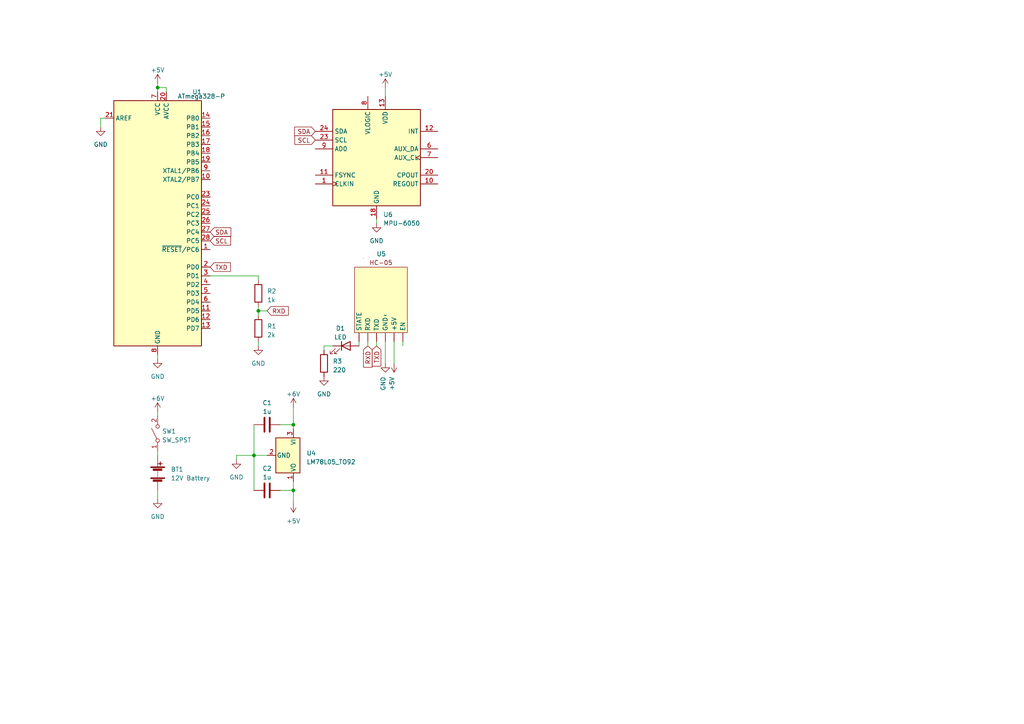
<source format=kicad_sch>
(kicad_sch (version 20230121) (generator eeschema)
  (paper "A4")
  (lib_symbols
    (symbol "Device:Battery" (pin_numbers hide) (pin_names (offset 0) hide)
      (property "Reference" "BT" (at 2.54 2.54 0))
      (property "Value" "Battery" (at 2.54 0 0))
      (symbol "Battery_0_1"
        (rectangle (start -2.032 -1.397) (end 2.032 -1.651) (fill (type outline)))
        (rectangle (start -2.032 1.778) (end 2.032 1.524) (fill (type outline)))
        (rectangle (start -1.3208 -1.9812) (end 1.27 -2.4892) (fill (type outline)))
        (rectangle (start -1.3208 1.1938) (end 1.27 0.6858) (fill (type outline)))
        (polyline (pts (xy 0 -1.524) (xy 0 -1.27)))
        (polyline (pts (xy 0 -1.016) (xy 0 -0.762)))
        (polyline (pts (xy 0 -0.508) (xy 0 -0.254)))
        (polyline (pts (xy 0 0) (xy 0 0.254)))
        (polyline (pts (xy 0 0.508) (xy 0 0.762)))
        (polyline (pts (xy 0 1.778) (xy 0 2.54)))
        (polyline (pts (xy 0.254 2.667) (xy 1.27 2.667)) (stroke (width 0.254)))
        (polyline (pts (xy 0.762 3.175) (xy 0.762 2.159)) (stroke (width 0.254)))
      )
      (symbol "Battery_1_1"
        (pin passive line (at 0 5.08 270) (length 2.54) (name "+") (number "1"))
        (pin passive line (at 0 -5.08 90) (length 2.54) (name "-") (number "2"))
      )
    )
    (symbol "Device:C" (pin_numbers hide) (pin_names (offset 0.254))
      (property "Reference" "C" (at 0.635 2.54 0))
      (property "Value" "C" (at 0.635 -2.54 0))
      (symbol "C_0_1"
        (polyline (pts (xy -2.032 -0.762) (xy 2.032 -0.762)) (stroke (width 0.508)))
        (polyline (pts (xy -2.032 0.762) (xy 2.032 0.762)) (stroke (width 0.508)))
      )
      (symbol "C_1_1"
        (pin passive line (at 0 3.81 270) (length 2.794) (name "~") (number "1"))
        (pin passive line (at 0 -3.81 90) (length 2.794) (name "~") (number "2"))
      )
    )
    (symbol "Device:LED" (pin_numbers hide) (pin_names (offset 1.016) hide)
      (property "Reference" "D" (at 0 2.54 0))
      (property "Value" "LED" (at 0 -2.54 0))
      (symbol "LED_0_1"
        (polyline (pts (xy -1.27 -1.27) (xy -1.27 1.27)) (stroke (width 0.254)))
        (polyline (pts (xy -1.27 0) (xy 1.27 0)))
        (polyline (pts (xy 1.27 -1.27) (xy 1.27 1.27) (xy -1.27 0) (xy 1.27 -1.27)) (stroke (width 0.254)))
        (polyline (pts (xy -3.048 -0.762) (xy -4.572 -2.286) (xy -3.81 -2.286) (xy -4.572 -2.286) (xy -4.572 -1.524)))
        (polyline (pts (xy -1.778 -0.762) (xy -3.302 -2.286) (xy -2.54 -2.286) (xy -3.302 -2.286) (xy -3.302 -1.524)))
      )
      (symbol "LED_1_1"
        (pin passive line (at -3.81 0 0) (length 2.54) (name "K") (number "1"))
        (pin passive line (at 3.81 0 180) (length 2.54) (name "A") (number "2"))
      )
    )
    (symbol "Device:R" (pin_numbers hide) (pin_names (offset 0))
      (property "Reference" "R" (at 2.032 0 90))
      (property "Value" "R" (at 0 0 90))
      (symbol "R_0_1"
        (rectangle (start -1.016 -2.54) (end 1.016 2.54) (stroke (width 0.254)))
      )
      (symbol "R_1_1"
        (pin passive line (at 0 3.81 270) (length 1.27) (name "~") (number "1"))
        (pin passive line (at 0 -3.81 90) (length 1.27) (name "~") (number "2"))
      )
    )
    (symbol "MCU_Microchip_ATmega:ATmega328-P"
      (property "Reference" "U" (at -12.7 36.83 0))
      (property "Value" "ATmega328-P" (at 2.54 -36.83 0))
      (symbol "ATmega328-P_0_1"
        (rectangle (start -12.7 -35.56) (end 12.7 35.56) (stroke (width 0.254)) (fill (type background)))
      )
      (symbol "ATmega328-P_1_1"
        (pin bidirectional line (at 15.24 -7.62 180) (length 2.54) (name "~{RESET}/PC6") (number "1"))
        (pin bidirectional line (at 15.24 12.7 180) (length 2.54) (name "XTAL2/PB7") (number "10"))
        (pin bidirectional line (at 15.24 -25.4 180) (length 2.54) (name "PD5") (number "11"))
        (pin bidirectional line (at 15.24 -27.94 180) (length 2.54) (name "PD6") (number "12"))
        (pin bidirectional line (at 15.24 -30.48 180) (length 2.54) (name "PD7") (number "13"))
        (pin bidirectional line (at 15.24 30.48 180) (length 2.54) (name "PB0") (number "14"))
        (pin bidirectional line (at 15.24 27.94 180) (length 2.54) (name "PB1") (number "15"))
        (pin bidirectional line (at 15.24 25.4 180) (length 2.54) (name "PB2") (number "16"))
        (pin bidirectional line (at 15.24 22.86 180) (length 2.54) (name "PB3") (number "17"))
        (pin bidirectional line (at 15.24 20.32 180) (length 2.54) (name "PB4") (number "18"))
        (pin bidirectional line (at 15.24 17.78 180) (length 2.54) (name "PB5") (number "19"))
        (pin bidirectional line (at 15.24 -12.7 180) (length 2.54) (name "PD0") (number "2"))
        (pin power_in line (at 2.54 38.1 270) (length 2.54) (name "AVCC") (number "20"))
        (pin passive line (at -15.24 30.48 0) (length 2.54) (name "AREF") (number "21"))
        (pin passive line (at 0 -38.1 90) (length 2.54) hide (name "GND") (number "22"))
        (pin bidirectional line (at 15.24 7.62 180) (length 2.54) (name "PC0") (number "23"))
        (pin bidirectional line (at 15.24 5.08 180) (length 2.54) (name "PC1") (number "24"))
        (pin bidirectional line (at 15.24 2.54 180) (length 2.54) (name "PC2") (number "25"))
        (pin bidirectional line (at 15.24 0 180) (length 2.54) (name "PC3") (number "26"))
        (pin bidirectional line (at 15.24 -2.54 180) (length 2.54) (name "PC4") (number "27"))
        (pin bidirectional line (at 15.24 -5.08 180) (length 2.54) (name "PC5") (number "28"))
        (pin bidirectional line (at 15.24 -15.24 180) (length 2.54) (name "PD1") (number "3"))
        (pin bidirectional line (at 15.24 -17.78 180) (length 2.54) (name "PD2") (number "4"))
        (pin bidirectional line (at 15.24 -20.32 180) (length 2.54) (name "PD3") (number "5"))
        (pin bidirectional line (at 15.24 -22.86 180) (length 2.54) (name "PD4") (number "6"))
        (pin power_in line (at 0 38.1 270) (length 2.54) (name "VCC") (number "7"))
        (pin power_in line (at 0 -38.1 90) (length 2.54) (name "GND") (number "8"))
        (pin bidirectional line (at 15.24 15.24 180) (length 2.54) (name "XTAL1/PB6") (number "9"))
      )
    )
    (symbol "New_Library:HC-05"
      (property "Reference" "U" (at 0 17.78 0))
      (symbol "HC-05_0_1"
        (rectangle (start -5.08 16.51) (end -5.08 16.51))
      )
      (symbol "HC-05_1_1"
        (rectangle (start -7.62 13.97) (end 7.62 -5.08) (fill (type background)))
        (text "HC-05" (at 0 15.24 0) (effects (font (size 1.27 1.27))))
        (pin input line (at 3.81 -7.62 90) (length 2.54) (name "+5V") (number ""))
        (pin input line (at 6.35 -7.62 90) (length 2.54) (name "EN") (number ""))
        (pin input line (at 1.27 -7.62 90) (length 2.54) (name "GND") (number ""))
        (pin input line (at -3.81 -7.62 90) (length 2.54) (name "RXD") (number ""))
        (pin input line (at -6.35 -7.62 90) (length 2.54) (name "STATE") (number ""))
        (pin input line (at -1.27 -7.62 90) (length 2.54) (name "TXD") (number ""))
      )
    )
    (symbol "Regulator_Linear:LM78L05_TO92" (pin_names (offset 0.254))
      (property "Reference" "U" (at -3.81 3.175 0))
      (property "Value" "LM78L05_TO92" (at 0 3.175 0))
      (symbol "LM78L05_TO92_0_1"
        (rectangle (start -5.08 -5.08) (end 5.08 1.905) (stroke (width 0.254)) (fill (type background)))
      )
      (symbol "LM78L05_TO92_1_1"
        (pin power_out line (at 7.62 0 180) (length 2.54) (name "VO") (number "1"))
        (pin power_in line (at 0 -7.62 90) (length 2.54) (name "GND") (number "2"))
        (pin power_in line (at -7.62 0 0) (length 2.54) (name "VI") (number "3"))
      )
    )
    (symbol "Sensor_Motion:MPU-6050"
      (property "Reference" "U" (at -11.43 13.97 0))
      (property "Value" "MPU-6050" (at 7.62 -15.24 0))
      (symbol "MPU-6050_0_0"
        (text "" (at 12.7 -2.54 0) (effects (font (size 1.27 1.27))))
      )
      (symbol "MPU-6050_0_1"
        (rectangle (start -12.7 13.97) (end 12.7 -13.97) (stroke (width 0.254)) (fill (type background)))
      )
      (symbol "MPU-6050_1_1"
        (pin input clock (at -17.78 -7.62 0) (length 5.08) (name "CLKIN") (number "1"))
        (pin passive line (at 17.78 -7.62 180) (length 5.08) (name "REGOUT") (number "10"))
        (pin input line (at -17.78 -5.08 0) (length 5.08) (name "FSYNC") (number "11"))
        (pin output line (at 17.78 7.62 180) (length 5.08) (name "INT") (number "12"))
        (pin power_in line (at 2.54 17.78 270) (length 3.81) (name "VDD") (number "13"))
        (pin no_connect line (at -12.7 -10.16 0) (length 2.54) hide (name "NC") (number "14"))
        (pin no_connect line (at 12.7 12.7 180) (length 2.54) hide (name "NC") (number "15"))
        (pin no_connect line (at 12.7 10.16 180) (length 2.54) hide (name "NC") (number "16"))
        (pin no_connect line (at 12.7 5.08 180) (length 2.54) hide (name "NC") (number "17"))
        (pin power_in line (at 0 -17.78 90) (length 3.81) (name "GND") (number "18"))
        (pin no_connect line (at 12.7 -10.16 180) (length 2.54) hide (name "RESV") (number "19"))
        (pin no_connect line (at -12.7 12.7 0) (length 2.54) hide (name "NC") (number "2"))
        (pin passive line (at 17.78 -5.08 180) (length 5.08) (name "CPOUT") (number "20"))
        (pin no_connect line (at 12.7 -2.54 180) (length 2.54) hide (name "RESV") (number "21"))
        (pin no_connect line (at 12.7 -12.7 180) (length 2.54) hide (name "RESV") (number "22"))
        (pin input line (at -17.78 5.08 0) (length 5.08) (name "SCL") (number "23"))
        (pin bidirectional line (at -17.78 7.62 0) (length 5.08) (name "SDA") (number "24"))
        (pin no_connect line (at -12.7 10.16 0) (length 2.54) hide (name "NC") (number "3"))
        (pin no_connect line (at -12.7 0 0) (length 2.54) hide (name "NC") (number "4"))
        (pin no_connect line (at -12.7 -2.54 0) (length 2.54) hide (name "NC") (number "5"))
        (pin bidirectional line (at 17.78 2.54 180) (length 5.08) (name "AUX_DA") (number "6"))
        (pin output clock (at 17.78 0 180) (length 5.08) (name "AUX_CL") (number "7"))
        (pin power_in line (at -2.54 17.78 270) (length 3.81) (name "VLOGIC") (number "8"))
        (pin input line (at -17.78 2.54 0) (length 5.08) (name "AD0") (number "9"))
      )
    )
    (symbol "Switch:SW_SPST" (pin_names (offset 0) hide)
      (property "Reference" "SW" (at 0 3.175 0))
      (property "Value" "SW_SPST" (at 0 -2.54 0))
      (symbol "SW_SPST_0_0"
        (circle (center -2.032 0) (radius 0.508))
        (polyline (pts (xy -1.524 0.254) (xy 1.524 1.778)))
        (circle (center 2.032 0) (radius 0.508))
      )
      (symbol "SW_SPST_1_1"
        (pin passive line (at -5.08 0 0) (length 2.54) (name "A") (number "1"))
        (pin passive line (at 5.08 0 180) (length 2.54) (name "B") (number "2"))
      )
    )
    (symbol "power:+5V" (power) (pin_names (offset 0))
      (property "Value" "+5V" (at 0 3.556 0))
      (symbol "+5V_0_1"
        (polyline (pts (xy -0.762 1.27) (xy 0 2.54)))
        (polyline (pts (xy 0 0) (xy 0 2.54)))
        (polyline (pts (xy 0 2.54) (xy 0.762 1.27)))
      )
      (symbol "+5V_1_1"
        (pin power_in line (at 0 0 90) (length 0) hide (name "+5V") (number "1"))
      )
    )
    (symbol "power:+6V" (power) (pin_names (offset 0))
      (property "Value" "+6V" (at 0 3.556 0))
      (symbol "+6V_0_1"
        (polyline (pts (xy -0.762 1.27) (xy 0 2.54)))
        (polyline (pts (xy 0 0) (xy 0 2.54)))
        (polyline (pts (xy 0 2.54) (xy 0.762 1.27)))
      )
      (symbol "+6V_1_1"
        (pin power_in line (at 0 0 90) (length 0) hide (name "+6V") (number "1"))
      )
    )
    (symbol "power:GND" (power) (pin_names (offset 0))
      (property "Value" "GND" (at 0 -3.81 0))
      (symbol "GND_0_1"
        (polyline (pts (xy 0 0) (xy 0 -1.27) (xy 1.27 -1.27) (xy 0 -2.54) (xy -1.27 -1.27) (xy 0 -1.27)))
      )
      (symbol "GND_1_1"
        (pin power_in line (at 0 0 270) (length 0) hide (name "GND") (number "1"))
      )
    )
  )
  (junction (at 85.09 142.24))
  (junction (at 74.93 90.17))
  (junction (at 85.09 123.19))
  (junction (at 73.66 132.08))
  (junction (at 45.72 25.4))
  (wire (pts (xy 111.76 105.41) (xy 111.76 99.06)))
  (wire (pts (xy 74.93 90.17) (xy 74.93 91.44)))
  (wire (pts (xy 73.66 132.08) (xy 73.66 142.24)))
  (wire (pts (xy 114.3 105.41) (xy 114.3 99.06)))
  (wire (pts (xy 74.93 88.9) (xy 74.93 90.17)))
  (wire (pts (xy 81.28 142.24) (xy 85.09 142.24)))
  (wire (pts (xy 85.09 123.19) (xy 85.09 124.46)))
  (wire (pts (xy 29.21 36.83) (xy 29.21 34.29)))
  (wire (pts (xy 93.98 100.33) (xy 96.52 100.33)))
  (wire (pts (xy 48.26 25.4) (xy 48.26 26.67)))
  (wire (pts (xy 116.84 100.33) (xy 116.84 99.06)))
  (wire (pts (xy 106.68 100.33) (xy 106.68 99.06)))
  (wire (pts (xy 74.93 90.17) (xy 77.47 90.17)))
  (wire (pts (xy 73.66 132.08) (xy 77.47 132.08)))
  (wire (pts (xy 109.22 100.33) (xy 109.22 99.06)))
  (wire (pts (xy 81.28 123.19) (xy 85.09 123.19)))
  (wire (pts (xy 68.58 132.08) (xy 73.66 132.08)))
  (wire (pts (xy 74.93 99.06) (xy 74.93 100.33)))
  (wire (pts (xy 45.72 102.87) (xy 45.72 104.14)))
  (wire (pts (xy 45.72 24.13) (xy 45.72 25.4)))
  (wire (pts (xy 85.09 139.7) (xy 85.09 142.24)))
  (wire (pts (xy 74.93 80.01) (xy 60.96 80.01)))
  (wire (pts (xy 29.21 34.29) (xy 30.48 34.29)))
  (wire (pts (xy 85.09 142.24) (xy 85.09 146.05)))
  (wire (pts (xy 45.72 25.4) (xy 45.72 26.67)))
  (wire (pts (xy 104.14 99.06) (xy 104.14 100.33)))
  (wire (pts (xy 73.66 123.19) (xy 73.66 132.08)))
  (wire (pts (xy 109.22 63.5) (xy 109.22 64.77)))
  (wire (pts (xy 93.98 101.6) (xy 93.98 100.33)))
  (wire (pts (xy 74.93 80.01) (xy 74.93 81.28)))
  (wire (pts (xy 68.58 133.35) (xy 68.58 132.08)))
  (wire (pts (xy 45.72 142.24) (xy 45.72 144.78)))
  (wire (pts (xy 45.72 119.38) (xy 45.72 120.65)))
  (wire (pts (xy 85.09 118.11) (xy 85.09 123.19)))
  (wire (pts (xy 111.76 25.4) (xy 111.76 27.94)))
  (wire (pts (xy 45.72 25.4) (xy 48.26 25.4)))
  (wire (pts (xy 45.72 132.08) (xy 45.72 130.81)))
  (global_label "SDA" (shape input) (at 91.44 38.1 180) (property "Intersheetrefs" "${INTERSHEET_REFS}" (effects hide)))
  (global_label "TXD" (shape input) (at 109.22 100.33 270) (property "Intersheetrefs" "${INTERSHEET_REFS}" (effects hide)))
  (global_label "SDA" (shape input) (at 60.96 67.31 0) (property "Intersheetrefs" "${INTERSHEET_REFS}" (effects hide)))
  (global_label "RXD" (shape input) (at 106.68 100.33 270) (property "Intersheetrefs" "${INTERSHEET_REFS}" (effects hide)))
  (global_label "TXD" (shape input) (at 60.96 77.47 0) (property "Intersheetrefs" "${INTERSHEET_REFS}" (effects hide)))
  (global_label "RXD" (shape input) (at 77.47 90.17 0) (property "Intersheetrefs" "${INTERSHEET_REFS}" (effects hide)))
  (global_label "SCL" (shape input) (at 91.44 40.64 180) (property "Intersheetrefs" "${INTERSHEET_REFS}" (effects hide)))
  (global_label "SCL" (shape input) (at 60.96 69.85 0) (property "Intersheetrefs" "${INTERSHEET_REFS}" (effects hide)))
  (symbol (lib_id "power:GND") (at 109.22 64.77 0) (unit 1)
    (property "Reference" "#PWR010" (effects hide))
    (property "Value" "GND" (at 109.22 69.85 0))
  )
  (symbol (lib_id "power:GND") (at 45.72 144.78 0) (unit 1)
    (property "Reference" "#PWR04" (effects hide))
    (property "Value" "GND" (at 45.72 149.86 0))
  )
  (symbol (lib_id "power:+6V") (at 85.09 118.11 0) (unit 1)
    (property "Reference" "#PWR03" (effects hide))
    (property "Value" "+6V" (at 85.09 114.3 0))
  )
  (symbol (lib_id "power:+5V") (at 85.09 146.05 180) (unit 1)
    (property "Reference" "#PWR01" (effects hide))
    (property "Value" "+5V" (at 85.09 151.13 0))
  )
  (symbol (lib_id "Device:R") (at 74.93 95.25 0) (unit 1)
    (property "Reference" "R1" (at 77.47 94.615 0) (effects (justify left)))
    (property "Value" "2k" (at 77.47 97.155 0) (effects (justify left)))
  )
  (symbol (lib_id "power:+5V") (at 114.3 105.41 180) (unit 1)
    (property "Reference" "#PWR015" (effects hide))
    (property "Value" "+5V" (at 113.665 109.22 90) (effects (justify left)))
  )
  (symbol (lib_id "power:GND") (at 111.76 105.41 0) (unit 1)
    (property "Reference" "#PWR016" (effects hide))
    (property "Value" "GND" (at 111.125 109.22 90) (effects (justify right)))
  )
  (symbol (lib_id "power:GND") (at 74.93 100.33 0) (unit 1)
    (property "Reference" "#PWR017" (effects hide))
    (property "Value" "GND" (at 74.93 105.41 0))
  )
  (symbol (lib_id "power:GND") (at 29.21 36.83 0) (unit 1)
    (property "Reference" "#PWR08" (effects hide))
    (property "Value" "GND" (at 29.21 41.91 0))
  )
  (symbol (lib_id "Sensor_Motion:MPU-6050") (at 109.22 45.72 0) (unit 1)
    (property "Reference" "U6" (at 111.1759 62.23 0) (effects (justify left)))
    (property "Value" "MPU-6050" (at 111.1759 64.77 0) (effects (justify left)))
    (property "Footprint" "Sensor_Motion:InvenSense_QFN-24_4x4mm_P0.5mm" (effects hide))
    (property "Datasheet" "https://invensense.tdk.com/wp-content/uploads/2015/02/MPU-6000-Datasheet1.pdf" (effects hide))
  )
  (symbol (lib_id "Device:LED") (at 100.33 100.33 0) (unit 1)
    (property "Reference" "D1" (at 98.7425 95.25 0))
    (property "Value" "LED" (at 98.7425 97.79 0))
  )
  (symbol (lib_id "power:+6V") (at 45.72 119.38 0) (unit 1)
    (property "Reference" "#PWR011" (effects hide))
    (property "Value" "+6V" (at 45.72 115.57 0))
  )
  (symbol (lib_id "Device:R") (at 74.93 85.09 0) (unit 1)
    (property "Reference" "R2" (at 77.47 84.455 0) (effects (justify left)))
    (property "Value" "1k" (at 77.47 86.995 0) (effects (justify left)))
  )
  (symbol (lib_id "power:GND") (at 68.58 133.35 0) (unit 1)
    (property "Reference" "#PWR05" (effects hide))
    (property "Value" "GND" (at 68.58 138.43 0))
  )
  (symbol (lib_id "Device:C") (at 77.47 123.19 90) (unit 1)
    (property "Reference" "C1" (at 77.47 116.84 90))
    (property "Value" "1u" (at 77.47 119.38 90))
  )
  (symbol (lib_id "power:+5V") (at 45.72 24.13 0) (unit 1)
    (property "Reference" "#PWR02" (effects hide))
    (property "Value" "+5V" (at 45.72 20.32 0))
  )
  (symbol (lib_id "power:GND") (at 93.98 109.22 0) (unit 1)
    (property "Reference" "#PWR018" (effects hide))
    (property "Value" "GND" (at 93.98 114.3 0))
  )
  (symbol (lib_id "power:+5V") (at 111.76 25.4 0) (unit 1)
    (property "Reference" "#PWR09" (effects hide))
    (property "Value" "+5V" (at 111.76 21.59 0))
  )
  (symbol (lib_id "New_Library:HC-05") (at 110.49 91.44 0) (unit 1)
    (property "Reference" "U5" (at 109.22 73.66 0) (effects (justify left)))
    (property "Value" "~" (at 111.76 91.44 0))
  )
  (symbol (lib_id "Regulator_Linear:LM78L05_TO92") (at 85.09 132.08 270) (unit 1)
    (property "Reference" "U4" (at 88.9 131.445 90) (effects (justify left)))
    (property "Value" "LM78L05_TO92" (at 88.9 133.985 90) (effects (justify left)))
    (property "Footprint" "Package_TO_SOT_THT:TO-92_Inline" (effects hide))
    (property "Datasheet" "https://www.onsemi.com/pub/Collateral/MC78L06A-D.pdf" (effects hide))
  )
  (symbol (lib_id "Switch:SW_SPST") (at 45.72 125.73 90) (unit 1)
    (property "Reference" "SW1" (at 46.99 125.095 90) (effects (justify right)))
    (property "Value" "SW_SPST" (at 46.99 127.635 90) (effects (justify right)))
  )
  (symbol (lib_id "Device:R") (at 93.98 105.41 0) (unit 1)
    (property "Reference" "R3" (at 96.52 104.775 0) (effects (justify left)))
    (property "Value" "220" (at 96.52 107.315 0) (effects (justify left)))
  )
  (symbol (lib_id "power:GND") (at 45.72 104.14 0) (unit 1)
    (property "Reference" "#PWR07" (effects hide))
    (property "Value" "GND" (at 45.72 109.22 0))
  )
  (symbol (lib_id "Device:Battery") (at 45.72 137.16 0) (unit 1)
    (property "Reference" "BT1" (at 49.53 136.144 0) (effects (justify left)))
    (property "Value" "12V Battery" (at 49.53 138.684 0) (effects (justify left)))
  )
  (symbol (lib_id "Device:C") (at 77.47 142.24 90) (unit 1)
    (property "Reference" "C2" (at 77.47 135.89 90))
    (property "Value" "1u" (at 77.47 138.43 90))
  )
  (symbol (lib_id "MCU_Microchip_ATmega:ATmega328-P") (at 45.72 64.77 0) (unit 1)
    (property "Reference" "U1" (at 57.15 26.67 0))
    (property "Value" "ATmega328-P" (at 58.42 27.94 0))
    (property "Footprint" "Package_DIP:DIP-28_W7.62mm" (effects hide))
    (property "Datasheet" "http://ww1.microchip.com/downloads/en/DeviceDoc/ATmega328_P%20AVR%20MCU%20with%20picoPower%20Technology%20Data%20Sheet%2040001984A.pdf" (effects hide))
  )
)
</source>
